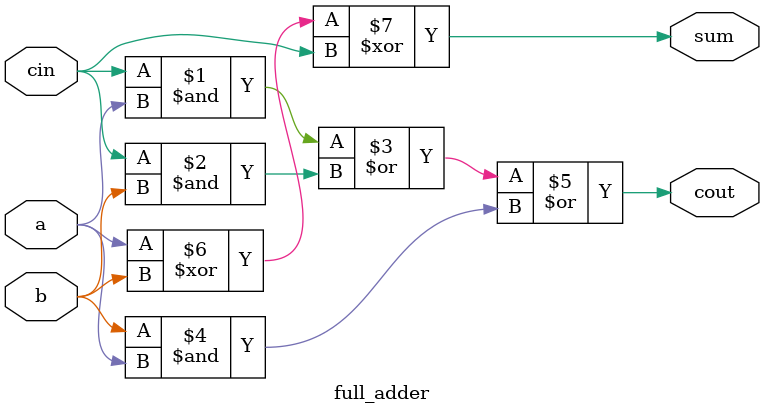
<source format=v>
/*
 * Generated by Digital. Don't modify this file!
 * Any changes will be lost if this file is regenerated.
 */

module full_adder (
  input a,
  input b,
  input cin,
  output cout,
  output sum
);
  assign cout = ((cin & a) | (cin & b) | (b & a));
  assign sum = (a ^ b ^ cin);
endmodule

</source>
